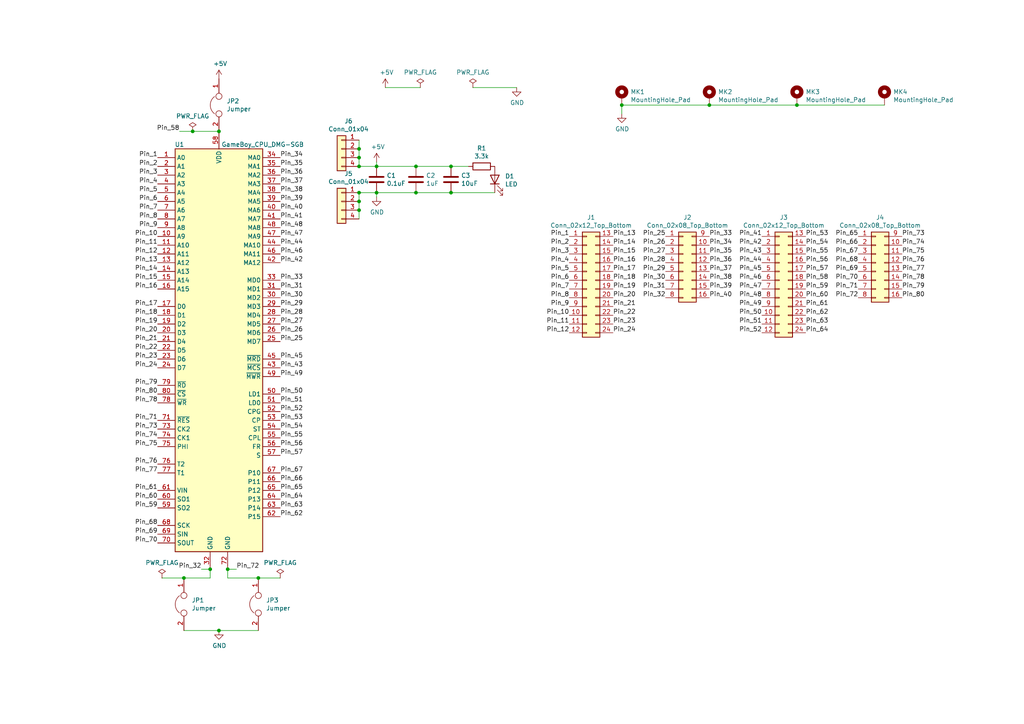
<source format=kicad_sch>
(kicad_sch (version 20211123) (generator eeschema)
  (paper "A4")
  (title_block (title "GB-BRK-CPU-G1") (rev "v1.1") (company "https://gekkio.fi"))
  (lib_symbols
    (symbol "Connector_Generic:Conn_01x04" (pin_names (offset 1.016) hide)
      (property "Reference" "J" (at 0 5.08 0))
      (property "Value" "Conn_01x04" (at 0 -7.62 0))
      (symbol "Conn_01x04_1_1"
        (rectangle (start -1.27 -4.953) (end 0 -5.207) (stroke (width 0.1524)))
        (rectangle (start -1.27 -2.413) (end 0 -2.667) (stroke (width 0.1524)))
        (rectangle (start -1.27 0.127) (end 0 -0.127) (stroke (width 0.1524)))
        (rectangle (start -1.27 2.667) (end 0 2.413) (stroke (width 0.1524)))
        (rectangle (start -1.27 3.81) (end 1.27 -6.35) (stroke (width 0.254)) (fill (type background)))
        (pin passive line (at -5.08 2.54 0) (length 3.81) (name "Pin_1") (number "1"))
        (pin passive line (at -5.08 0 0) (length 3.81) (name "Pin_2") (number "2"))
        (pin passive line (at -5.08 -2.54 0) (length 3.81) (name "Pin_3") (number "3"))
        (pin passive line (at -5.08 -5.08 0) (length 3.81) (name "Pin_4") (number "4"))
      )
    )
    (symbol "Connector_Generic:Conn_02x08_Top_Bottom" (pin_names (offset 1.016) hide)
      (property "Reference" "J" (at 1.27 10.16 0))
      (property "Value" "Conn_02x08_Top_Bottom" (at 1.27 -12.7 0))
      (symbol "Conn_02x08_Top_Bottom_1_1"
        (rectangle (start -1.27 -10.033) (end 0 -10.287) (stroke (width 0.1524)))
        (rectangle (start -1.27 -7.493) (end 0 -7.747) (stroke (width 0.1524)))
        (rectangle (start -1.27 -4.953) (end 0 -5.207) (stroke (width 0.1524)))
        (rectangle (start -1.27 -2.413) (end 0 -2.667) (stroke (width 0.1524)))
        (rectangle (start -1.27 0.127) (end 0 -0.127) (stroke (width 0.1524)))
        (rectangle (start -1.27 2.667) (end 0 2.413) (stroke (width 0.1524)))
        (rectangle (start -1.27 5.207) (end 0 4.953) (stroke (width 0.1524)))
        (rectangle (start -1.27 7.747) (end 0 7.493) (stroke (width 0.1524)))
        (rectangle (start -1.27 8.89) (end 3.81 -11.43) (stroke (width 0.254)) (fill (type background)))
        (rectangle (start 3.81 -10.033) (end 2.54 -10.287) (stroke (width 0.1524)))
        (rectangle (start 3.81 -7.493) (end 2.54 -7.747) (stroke (width 0.1524)))
        (rectangle (start 3.81 -4.953) (end 2.54 -5.207) (stroke (width 0.1524)))
        (rectangle (start 3.81 -2.413) (end 2.54 -2.667) (stroke (width 0.1524)))
        (rectangle (start 3.81 0.127) (end 2.54 -0.127) (stroke (width 0.1524)))
        (rectangle (start 3.81 2.667) (end 2.54 2.413) (stroke (width 0.1524)))
        (rectangle (start 3.81 5.207) (end 2.54 4.953) (stroke (width 0.1524)))
        (rectangle (start 3.81 7.747) (end 2.54 7.493) (stroke (width 0.1524)))
        (pin passive line (at -5.08 7.62 0) (length 3.81) (name "Pin_1") (number "1"))
        (pin passive line (at 7.62 5.08 180) (length 3.81) (name "Pin_10") (number "10"))
        (pin passive line (at 7.62 2.54 180) (length 3.81) (name "Pin_11") (number "11"))
        (pin passive line (at 7.62 0 180) (length 3.81) (name "Pin_12") (number "12"))
        (pin passive line (at 7.62 -2.54 180) (length 3.81) (name "Pin_13") (number "13"))
        (pin passive line (at 7.62 -5.08 180) (length 3.81) (name "Pin_14") (number "14"))
        (pin passive line (at 7.62 -7.62 180) (length 3.81) (name "Pin_15") (number "15"))
        (pin passive line (at 7.62 -10.16 180) (length 3.81) (name "Pin_16") (number "16"))
        (pin passive line (at -5.08 5.08 0) (length 3.81) (name "Pin_2") (number "2"))
        (pin passive line (at -5.08 2.54 0) (length 3.81) (name "Pin_3") (number "3"))
        (pin passive line (at -5.08 0 0) (length 3.81) (name "Pin_4") (number "4"))
        (pin passive line (at -5.08 -2.54 0) (length 3.81) (name "Pin_5") (number "5"))
        (pin passive line (at -5.08 -5.08 0) (length 3.81) (name "Pin_6") (number "6"))
        (pin passive line (at -5.08 -7.62 0) (length 3.81) (name "Pin_7") (number "7"))
        (pin passive line (at -5.08 -10.16 0) (length 3.81) (name "Pin_8") (number "8"))
        (pin passive line (at 7.62 7.62 180) (length 3.81) (name "Pin_9") (number "9"))
      )
    )
    (symbol "Connector_Generic:Conn_02x12_Top_Bottom" (pin_names (offset 1.016) hide)
      (property "Reference" "J" (at 1.27 15.24 0))
      (property "Value" "Conn_02x12_Top_Bottom" (at 1.27 -17.78 0))
      (symbol "Conn_02x12_Top_Bottom_1_1"
        (rectangle (start -1.27 -15.113) (end 0 -15.367) (stroke (width 0.1524)))
        (rectangle (start -1.27 -12.573) (end 0 -12.827) (stroke (width 0.1524)))
        (rectangle (start -1.27 -10.033) (end 0 -10.287) (stroke (width 0.1524)))
        (rectangle (start -1.27 -7.493) (end 0 -7.747) (stroke (width 0.1524)))
        (rectangle (start -1.27 -4.953) (end 0 -5.207) (stroke (width 0.1524)))
        (rectangle (start -1.27 -2.413) (end 0 -2.667) (stroke (width 0.1524)))
        (rectangle (start -1.27 0.127) (end 0 -0.127) (stroke (width 0.1524)))
        (rectangle (start -1.27 2.667) (end 0 2.413) (stroke (width 0.1524)))
        (rectangle (start -1.27 5.207) (end 0 4.953) (stroke (width 0.1524)))
        (rectangle (start -1.27 7.747) (end 0 7.493) (stroke (width 0.1524)))
        (rectangle (start -1.27 10.287) (end 0 10.033) (stroke (width 0.1524)))
        (rectangle (start -1.27 12.827) (end 0 12.573) (stroke (width 0.1524)))
        (rectangle (start -1.27 13.97) (end 3.81 -16.51) (stroke (width 0.254)) (fill (type background)))
        (rectangle (start 3.81 -15.113) (end 2.54 -15.367) (stroke (width 0.1524)))
        (rectangle (start 3.81 -12.573) (end 2.54 -12.827) (stroke (width 0.1524)))
        (rectangle (start 3.81 -10.033) (end 2.54 -10.287) (stroke (width 0.1524)))
        (rectangle (start 3.81 -7.493) (end 2.54 -7.747) (stroke (width 0.1524)))
        (rectangle (start 3.81 -4.953) (end 2.54 -5.207) (stroke (width 0.1524)))
        (rectangle (start 3.81 -2.413) (end 2.54 -2.667) (stroke (width 0.1524)))
        (rectangle (start 3.81 0.127) (end 2.54 -0.127) (stroke (width 0.1524)))
        (rectangle (start 3.81 2.667) (end 2.54 2.413) (stroke (width 0.1524)))
        (rectangle (start 3.81 5.207) (end 2.54 4.953) (stroke (width 0.1524)))
        (rectangle (start 3.81 7.747) (end 2.54 7.493) (stroke (width 0.1524)))
        (rectangle (start 3.81 10.287) (end 2.54 10.033) (stroke (width 0.1524)))
        (rectangle (start 3.81 12.827) (end 2.54 12.573) (stroke (width 0.1524)))
        (pin passive line (at -5.08 12.7 0) (length 3.81) (name "Pin_1") (number "1"))
        (pin passive line (at -5.08 -10.16 0) (length 3.81) (name "Pin_10") (number "10"))
        (pin passive line (at -5.08 -12.7 0) (length 3.81) (name "Pin_11") (number "11"))
        (pin passive line (at -5.08 -15.24 0) (length 3.81) (name "Pin_12") (number "12"))
        (pin passive line (at 7.62 12.7 180) (length 3.81) (name "Pin_13") (number "13"))
        (pin passive line (at 7.62 10.16 180) (length 3.81) (name "Pin_14") (number "14"))
        (pin passive line (at 7.62 7.62 180) (length 3.81) (name "Pin_15") (number "15"))
        (pin passive line (at 7.62 5.08 180) (length 3.81) (name "Pin_16") (number "16"))
        (pin passive line (at 7.62 2.54 180) (length 3.81) (name "Pin_17") (number "17"))
        (pin passive line (at 7.62 0 180) (length 3.81) (name "Pin_18") (number "18"))
        (pin passive line (at 7.62 -2.54 180) (length 3.81) (name "Pin_19") (number "19"))
        (pin passive line (at -5.08 10.16 0) (length 3.81) (name "Pin_2") (number "2"))
        (pin passive line (at 7.62 -5.08 180) (length 3.81) (name "Pin_20") (number "20"))
        (pin passive line (at 7.62 -7.62 180) (length 3.81) (name "Pin_21") (number "21"))
        (pin passive line (at 7.62 -10.16 180) (length 3.81) (name "Pin_22") (number "22"))
        (pin passive line (at 7.62 -12.7 180) (length 3.81) (name "Pin_23") (number "23"))
        (pin passive line (at 7.62 -15.24 180) (length 3.81) (name "Pin_24") (number "24"))
        (pin passive line (at -5.08 7.62 0) (length 3.81) (name "Pin_3") (number "3"))
        (pin passive line (at -5.08 5.08 0) (length 3.81) (name "Pin_4") (number "4"))
        (pin passive line (at -5.08 2.54 0) (length 3.81) (name "Pin_5") (number "5"))
        (pin passive line (at -5.08 0 0) (length 3.81) (name "Pin_6") (number "6"))
        (pin passive line (at -5.08 -2.54 0) (length 3.81) (name "Pin_7") (number "7"))
        (pin passive line (at -5.08 -5.08 0) (length 3.81) (name "Pin_8") (number "8"))
        (pin passive line (at -5.08 -7.62 0) (length 3.81) (name "Pin_9") (number "9"))
      )
    )
    (symbol "Device:C" (pin_numbers hide) (pin_names (offset 0.254))
      (property "Reference" "C" (at 0.635 2.54 0))
      (property "Value" "C" (at 0.635 -2.54 0))
      (symbol "C_0_1"
        (polyline (pts (xy -2.032 -0.762) (xy 2.032 -0.762)) (stroke (width 0.508)))
        (polyline (pts (xy -2.032 0.762) (xy 2.032 0.762)) (stroke (width 0.508)))
      )
      (symbol "C_1_1"
        (pin passive line (at 0 3.81 270) (length 2.794) (name "~") (number "1"))
        (pin passive line (at 0 -3.81 90) (length 2.794) (name "~") (number "2"))
      )
    )
    (symbol "Device:Jumper" (pin_names (offset 0.762) hide)
      (property "Reference" "JP" (at 0 3.81 0))
      (property "Value" "Jumper" (at 0 -2.032 0))
      (symbol "Jumper_0_1"
        (circle (center -2.54 0) (radius 0.889))
        (arc (start 2.5146 1.27) (mid 0.0078 2.5097) (end -2.4892 1.27))
        (circle (center 2.54 0) (radius 0.889))
        (pin passive line (at -7.62 0 0) (length 4.191) (name "1") (number "1"))
        (pin passive line (at 7.62 0 180) (length 4.191) (name "2") (number "2"))
      )
    )
    (symbol "Device:LED" (pin_numbers hide) (pin_names (offset 1.016) hide)
      (property "Reference" "D" (at 0 2.54 0))
      (property "Value" "LED" (at 0 -2.54 0))
      (symbol "LED_0_1"
        (polyline (pts (xy -1.27 -1.27) (xy -1.27 1.27)) (stroke (width 0.254)))
        (polyline (pts (xy -1.27 0) (xy 1.27 0)))
        (polyline (pts (xy 1.27 -1.27) (xy 1.27 1.27) (xy -1.27 0) (xy 1.27 -1.27)) (stroke (width 0.254)))
        (polyline (pts (xy -3.048 -0.762) (xy -4.572 -2.286) (xy -3.81 -2.286) (xy -4.572 -2.286) (xy -4.572 -1.524)))
        (polyline (pts (xy -1.778 -0.762) (xy -3.302 -2.286) (xy -2.54 -2.286) (xy -3.302 -2.286) (xy -3.302 -1.524)))
      )
      (symbol "LED_1_1"
        (pin passive line (at -3.81 0 0) (length 2.54) (name "K") (number "1"))
        (pin passive line (at 3.81 0 180) (length 2.54) (name "A") (number "2"))
      )
    )
    (symbol "Device:R" (pin_numbers hide) (pin_names (offset 0))
      (property "Reference" "R" (at 2.032 0 90))
      (property "Value" "R" (at 0 0 90))
      (symbol "R_0_1"
        (rectangle (start -1.016 -2.54) (end 1.016 2.54) (stroke (width 0.254)))
      )
      (symbol "R_1_1"
        (pin passive line (at 0 3.81 270) (length 1.27) (name "~") (number "1"))
        (pin passive line (at 0 -3.81 90) (length 1.27) (name "~") (number "2"))
      )
    )
    (symbol "Gekkio_CPU_Nintendo:GameBoy_CPU_DMG"
      (property "Reference" "U" (at -3.81 60.96 0))
      (property "Value" "GameBoy_CPU_DMG" (at 3.81 60.96 0))
      (symbol "GameBoy_CPU_DMG_0_1"
        (rectangle (start 12.7 -58.42) (end -12.7 58.42) (stroke (width 0.254)) (fill (type background)))
      )
      (symbol "GameBoy_CPU_DMG_1_1"
        (pin bidirectional line (at -17.78 55.88 0) (length 5.08) (name "A0") (number "1"))
        (pin bidirectional line (at -17.78 33.02 0) (length 5.08) (name "A9") (number "10"))
        (pin bidirectional line (at -17.78 30.48 0) (length 5.08) (name "A10") (number "11"))
        (pin bidirectional line (at -17.78 27.94 0) (length 5.08) (name "A11") (number "12"))
        (pin bidirectional line (at -17.78 25.4 0) (length 5.08) (name "A12") (number "13"))
        (pin bidirectional line (at -17.78 22.86 0) (length 5.08) (name "A13") (number "14"))
        (pin bidirectional line (at -17.78 20.32 0) (length 5.08) (name "A14") (number "15"))
        (pin bidirectional line (at -17.78 17.78 0) (length 5.08) (name "A15") (number "16"))
        (pin bidirectional line (at -17.78 12.7 0) (length 5.08) (name "D0") (number "17"))
        (pin bidirectional line (at -17.78 10.16 0) (length 5.08) (name "D1") (number "18"))
        (pin bidirectional line (at -17.78 7.62 0) (length 5.08) (name "D2") (number "19"))
        (pin bidirectional line (at -17.78 53.34 0) (length 5.08) (name "A1") (number "2"))
        (pin bidirectional line (at -17.78 5.08 0) (length 5.08) (name "D3") (number "20"))
        (pin bidirectional line (at -17.78 2.54 0) (length 5.08) (name "D4") (number "21"))
        (pin bidirectional line (at -17.78 0 0) (length 5.08) (name "D5") (number "22"))
        (pin bidirectional line (at -17.78 -2.54 0) (length 5.08) (name "D6") (number "23"))
        (pin bidirectional line (at -17.78 -5.08 0) (length 5.08) (name "D7") (number "24"))
        (pin bidirectional line (at 17.78 2.54 180) (length 5.08) (name "MD7") (number "25"))
        (pin bidirectional line (at 17.78 5.08 180) (length 5.08) (name "MD6") (number "26"))
        (pin bidirectional line (at 17.78 7.62 180) (length 5.08) (name "MD5") (number "27"))
        (pin bidirectional line (at 17.78 10.16 180) (length 5.08) (name "MD4") (number "28"))
        (pin bidirectional line (at 17.78 12.7 180) (length 5.08) (name "MD3") (number "29"))
        (pin bidirectional line (at -17.78 50.8 0) (length 5.08) (name "A2") (number "3"))
        (pin bidirectional line (at 17.78 15.24 180) (length 5.08) (name "MD2") (number "30"))
        (pin bidirectional line (at 17.78 17.78 180) (length 5.08) (name "MD1") (number "31"))
        (pin power_in line (at -2.54 -63.5 90) (length 5.08) (name "GND") (number "32"))
        (pin bidirectional line (at 17.78 20.32 180) (length 5.08) (name "MD0") (number "33"))
        (pin output line (at 17.78 55.88 180) (length 5.08) (name "MA0") (number "34"))
        (pin output line (at 17.78 53.34 180) (length 5.08) (name "MA1") (number "35"))
        (pin output line (at 17.78 50.8 180) (length 5.08) (name "MA2") (number "36"))
        (pin output line (at 17.78 48.26 180) (length 5.08) (name "MA3") (number "37"))
        (pin output line (at 17.78 45.72 180) (length 5.08) (name "MA4") (number "38"))
        (pin output line (at 17.78 43.18 180) (length 5.08) (name "MA5") (number "39"))
        (pin bidirectional line (at -17.78 48.26 0) (length 5.08) (name "A3") (number "4"))
        (pin output line (at 17.78 40.64 180) (length 5.08) (name "MA6") (number "40"))
        (pin output line (at 17.78 38.1 180) (length 5.08) (name "MA7") (number "41"))
        (pin output line (at 17.78 25.4 180) (length 5.08) (name "MA12") (number "42"))
        (pin bidirectional line (at 17.78 -5.08 180) (length 5.08) (name "~{MCS}") (number "43"))
        (pin output line (at 17.78 30.48 180) (length 5.08) (name "MA10") (number "44"))
        (pin bidirectional line (at 17.78 -2.54 180) (length 5.08) (name "~{MRD}") (number "45"))
        (pin output line (at 17.78 27.94 180) (length 5.08) (name "MA11") (number "46"))
        (pin output line (at 17.78 33.02 180) (length 5.08) (name "MA9") (number "47"))
        (pin output line (at 17.78 35.56 180) (length 5.08) (name "MA8") (number "48"))
        (pin bidirectional line (at 17.78 -7.62 180) (length 5.08) (name "~{MWR}") (number "49"))
        (pin bidirectional line (at -17.78 45.72 0) (length 5.08) (name "A4") (number "5"))
        (pin output line (at 17.78 -12.7 180) (length 5.08) (name "LD1") (number "50"))
        (pin output line (at 17.78 -15.24 180) (length 5.08) (name "LD0") (number "51"))
        (pin output line (at 17.78 -17.78 180) (length 5.08) (name "CPG") (number "52"))
        (pin output line (at 17.78 -20.32 180) (length 5.08) (name "CP") (number "53"))
        (pin output line (at 17.78 -22.86 180) (length 5.08) (name "ST") (number "54"))
        (pin output line (at 17.78 -25.4 180) (length 5.08) (name "CPL") (number "55"))
        (pin output line (at 17.78 -27.94 180) (length 5.08) (name "FR") (number "56"))
        (pin output line (at 17.78 -30.48 180) (length 5.08) (name "S") (number "57"))
        (pin power_in line (at 0 63.5 270) (length 5.08) (name "VDD") (number "58"))
        (pin passive line (at -17.78 -45.72 0) (length 5.08) (name "SO2") (number "59"))
        (pin bidirectional line (at -17.78 43.18 0) (length 5.08) (name "A5") (number "6"))
        (pin passive line (at -17.78 -43.18 0) (length 5.08) (name "SO1") (number "60"))
        (pin passive line (at -17.78 -40.64 0) (length 5.08) (name "VIN") (number "61"))
        (pin output line (at 17.78 -48.26 180) (length 5.08) (name "P15") (number "62"))
        (pin output line (at 17.78 -45.72 180) (length 5.08) (name "P14") (number "63"))
        (pin input line (at 17.78 -43.18 180) (length 5.08) (name "P13") (number "64"))
        (pin input line (at 17.78 -40.64 180) (length 5.08) (name "P12") (number "65"))
        (pin input line (at 17.78 -38.1 180) (length 5.08) (name "P11") (number "66"))
        (pin input line (at 17.78 -35.56 180) (length 5.08) (name "P10") (number "67"))
        (pin bidirectional line (at -17.78 -50.8 0) (length 5.08) (name "SCK") (number "68"))
        (pin input line (at -17.78 -53.34 0) (length 5.08) (name "SIN") (number "69"))
        (pin bidirectional line (at -17.78 40.64 0) (length 5.08) (name "A6") (number "7"))
        (pin output line (at -17.78 -55.88 0) (length 5.08) (name "SOUT") (number "70"))
        (pin input line (at -17.78 -20.32 0) (length 5.08) (name "~{RES}") (number "71"))
        (pin power_in line (at 2.54 -63.5 90) (length 5.08) (name "GND") (number "72"))
        (pin passive line (at -17.78 -22.86 0) (length 5.08) (name "CK2") (number "73"))
        (pin input line (at -17.78 -25.4 0) (length 5.08) (name "CK1") (number "74"))
        (pin output line (at -17.78 -27.94 0) (length 5.08) (name "PHI") (number "75"))
        (pin input line (at -17.78 -33.02 0) (length 5.08) (name "T2") (number "76"))
        (pin input line (at -17.78 -35.56 0) (length 5.08) (name "T1") (number "77"))
        (pin bidirectional line (at -17.78 -15.24 0) (length 5.08) (name "~{WR}") (number "78"))
        (pin bidirectional line (at -17.78 -10.16 0) (length 5.08) (name "~{RD}") (number "79"))
        (pin bidirectional line (at -17.78 38.1 0) (length 5.08) (name "A7") (number "8"))
        (pin output line (at -17.78 -12.7 0) (length 5.08) (name "~{CS}") (number "80"))
        (pin bidirectional line (at -17.78 35.56 0) (length 5.08) (name "A8") (number "9"))
      )
    )
    (symbol "Mechanical:MountingHole_Pad" (pin_numbers hide) (pin_names (offset 1.016) hide)
      (property "Reference" "H" (at 0 6.35 0))
      (property "Value" "MountingHole_Pad" (at 0 4.445 0))
      (symbol "MountingHole_Pad_0_1"
        (circle (center 0 1.27) (radius 1.27) (stroke (width 1.27)))
      )
      (symbol "MountingHole_Pad_1_1"
        (pin input line (at 0 -2.54 90) (length 2.54) (name "1") (number "1"))
      )
    )
    (symbol "power:+5V" (power) (pin_names (offset 0))
      (property "Value" "+5V" (at 0 3.556 0))
      (symbol "+5V_0_1"
        (polyline (pts (xy -0.762 1.27) (xy 0 2.54)))
        (polyline (pts (xy 0 0) (xy 0 2.54)))
        (polyline (pts (xy 0 2.54) (xy 0.762 1.27)))
      )
      (symbol "+5V_1_1"
        (pin power_in line (at 0 0 90) (length 0) hide (name "+5V") (number "1"))
      )
    )
    (symbol "power:GND" (power) (pin_names (offset 0))
      (property "Value" "GND" (at 0 -3.81 0))
      (symbol "GND_0_1"
        (polyline (pts (xy 0 0) (xy 0 -1.27) (xy 1.27 -1.27) (xy 0 -2.54) (xy -1.27 -1.27) (xy 0 -1.27)))
      )
      (symbol "GND_1_1"
        (pin power_in line (at 0 0 270) (length 0) hide (name "GND") (number "1"))
      )
    )
    (symbol "power:PWR_FLAG" (power) (pin_numbers hide) (pin_names (offset 0) hide)
      (property "Value" "PWR_FLAG" (at 0 3.81 0))
      (symbol "PWR_FLAG_0_0"
        (pin power_out line (at 0 0 90) (length 0) (name "pwr") (number "1"))
      )
      (symbol "PWR_FLAG_0_1"
        (polyline (pts (xy 0 0) (xy 0 1.27) (xy -1.016 1.905) (xy 0 2.54) (xy 1.016 1.905) (xy 0 1.27)))
      )
    )
  )
  (junction (at 63.5 182.88))
  (junction (at 53.34 167.64))
  (junction (at 74.93 167.64))
  (junction (at 104.14 43.18))
  (junction (at 180.34 30.48))
  (junction (at 104.14 58.42))
  (junction (at 63.5 38.1))
  (junction (at 66.04 165.1))
  (junction (at 60.96 165.1))
  (junction (at 120.65 48.26))
  (junction (at 109.22 55.88))
  (junction (at 104.14 45.72))
  (junction (at 55.88 38.1))
  (junction (at 109.22 48.26))
  (junction (at 231.14 30.48))
  (junction (at 120.65 55.88))
  (junction (at 104.14 55.88))
  (junction (at 130.81 48.26))
  (junction (at 130.81 55.88))
  (junction (at 205.74 30.48))
  (junction (at 104.14 48.26))
  (junction (at 104.14 60.96))
  (wire (pts (xy 104.14 55.88) (xy 104.14 58.42)))
  (wire (pts (xy 130.81 55.88) (xy 143.51 55.88)))
  (wire (pts (xy 63.5 182.88) (xy 74.93 182.88)))
  (wire (pts (xy 52.07 38.1) (xy 55.88 38.1)))
  (wire (pts (xy 104.14 45.72) (xy 104.14 48.26)))
  (wire (pts (xy 55.88 38.1) (xy 63.5 38.1)))
  (wire (pts (xy 205.74 30.48) (xy 231.14 30.48)))
  (wire (pts (xy 104.14 48.26) (xy 109.22 48.26)))
  (wire (pts (xy 104.14 58.42) (xy 104.14 60.96)))
  (wire (pts (xy 74.93 167.64) (xy 66.04 167.64)))
  (wire (pts (xy 66.04 165.1) (xy 66.04 167.64)))
  (wire (pts (xy 53.34 182.88) (xy 63.5 182.88)))
  (wire (pts (xy 60.96 167.64) (xy 53.34 167.64)))
  (wire (pts (xy 120.65 48.26) (xy 130.81 48.26)))
  (wire (pts (xy 104.14 43.18) (xy 104.14 45.72)))
  (wire (pts (xy 137.16 25.4) (xy 149.86 25.4)))
  (wire (pts (xy 109.22 55.88) (xy 120.65 55.88)))
  (wire (pts (xy 46.99 167.64) (xy 53.34 167.64)))
  (wire (pts (xy 180.34 30.48) (xy 205.74 30.48)))
  (wire (pts (xy 74.93 167.64) (xy 81.28 167.64)))
  (wire (pts (xy 130.81 48.26) (xy 135.89 48.26)))
  (wire (pts (xy 120.65 55.88) (xy 130.81 55.88)))
  (wire (pts (xy 60.96 165.1) (xy 60.96 167.64)))
  (wire (pts (xy 104.14 40.64) (xy 104.14 43.18)))
  (wire (pts (xy 109.22 55.88) (xy 104.14 55.88)))
  (wire (pts (xy 109.22 46.99) (xy 109.22 48.26)))
  (wire (pts (xy 104.14 60.96) (xy 104.14 63.5)))
  (wire (pts (xy 180.34 30.48) (xy 180.34 33.02)))
  (wire (pts (xy 68.58 165.1) (xy 66.04 165.1)))
  (wire (pts (xy 231.14 30.48) (xy 256.54 30.48)))
  (wire (pts (xy 109.22 48.26) (xy 120.65 48.26)))
  (wire (pts (xy 111.76 25.4) (xy 121.92 25.4)))
  (wire (pts (xy 60.96 165.1) (xy 58.42 165.1)))
  (wire (pts (xy 109.22 55.88) (xy 109.22 57.15)))
  (label "Pin_32" (at 193.04 86.36 180))
  (label "Pin_68" (at 248.92 76.2 180))
  (label "Pin_19" (at 45.72 93.98 180))
  (label "Pin_70" (at 248.92 81.28 180))
  (label "Pin_3" (at 45.72 50.8 180))
  (label "Pin_42" (at 81.28 76.2 0))
  (label "Pin_12" (at 45.72 73.66 180))
  (label "Pin_29" (at 81.28 88.9 0))
  (label "Pin_11" (at 45.72 71.12 180))
  (label "Pin_1" (at 45.72 45.72 180))
  (label "Pin_77" (at 45.72 137.16 180))
  (label "Pin_25" (at 193.04 68.58 180))
  (label "Pin_80" (at 45.72 114.3 180))
  (label "Pin_47" (at 220.98 83.82 180))
  (label "Pin_22" (at 177.8 91.44 0))
  (label "Pin_63" (at 81.28 147.32 0))
  (label "Pin_30" (at 81.28 86.36 0))
  (label "Pin_43" (at 220.98 73.66 180))
  (label "Pin_72" (at 68.58 165.1 0))
  (label "Pin_7" (at 165.1 83.82 180))
  (label "Pin_16" (at 177.8 76.2 0))
  (label "Pin_4" (at 165.1 76.2 180))
  (label "Pin_75" (at 261.62 73.66 0))
  (label "Pin_65" (at 248.92 68.58 180))
  (label "Pin_36" (at 205.74 76.2 0))
  (label "Pin_54" (at 81.28 124.46 0))
  (label "Pin_71" (at 45.72 121.92 180))
  (label "Pin_24" (at 45.72 106.68 180))
  (label "Pin_20" (at 177.8 86.36 0))
  (label "Pin_57" (at 233.68 78.74 0))
  (label "Pin_74" (at 261.62 71.12 0))
  (label "Pin_12" (at 165.1 96.52 180))
  (label "Pin_60" (at 45.72 144.78 180))
  (label "Pin_10" (at 165.1 91.44 180))
  (label "Pin_34" (at 81.28 45.72 0))
  (label "Pin_56" (at 233.68 76.2 0))
  (label "Pin_14" (at 45.72 78.74 180))
  (label "Pin_45" (at 220.98 78.74 180))
  (label "Pin_17" (at 177.8 78.74 0))
  (label "Pin_49" (at 220.98 88.9 180))
  (label "Pin_40" (at 81.28 60.96 0))
  (label "Pin_64" (at 233.68 96.52 0))
  (label "Pin_32" (at 58.42 165.1 180))
  (label "Pin_26" (at 81.28 96.52 0))
  (label "Pin_10" (at 45.72 68.58 180))
  (label "Pin_30" (at 193.04 81.28 180))
  (label "Pin_3" (at 165.1 73.66 180))
  (label "Pin_75" (at 45.72 129.54 180))
  (label "Pin_25" (at 81.28 99.06 0))
  (label "Pin_37" (at 81.28 53.34 0))
  (label "Pin_34" (at 205.74 71.12 0))
  (label "Pin_64" (at 81.28 144.78 0))
  (label "Pin_62" (at 81.28 149.86 0))
  (label "Pin_48" (at 220.98 86.36 180))
  (label "Pin_79" (at 261.62 83.82 0))
  (label "Pin_74" (at 45.72 127 180))
  (label "Pin_47" (at 81.28 68.58 0))
  (label "Pin_62" (at 233.68 91.44 0))
  (label "Pin_37" (at 205.74 78.74 0))
  (label "Pin_63" (at 233.68 93.98 0))
  (label "Pin_61" (at 45.72 142.24 180))
  (label "Pin_27" (at 81.28 93.98 0))
  (label "Pin_42" (at 220.98 71.12 180))
  (label "Pin_33" (at 81.28 81.28 0))
  (label "Pin_49" (at 81.28 109.22 0))
  (label "Pin_17" (at 45.72 88.9 180))
  (label "Pin_35" (at 205.74 73.66 0))
  (label "Pin_72" (at 248.92 86.36 180))
  (label "Pin_45" (at 81.28 104.14 0))
  (label "Pin_78" (at 45.72 116.84 180))
  (label "Pin_55" (at 81.28 127 0))
  (label "Pin_19" (at 177.8 83.82 0))
  (label "Pin_36" (at 81.28 50.8 0))
  (label "Pin_44" (at 220.98 76.2 180))
  (label "Pin_52" (at 81.28 119.38 0))
  (label "Pin_26" (at 193.04 71.12 180))
  (label "Pin_55" (at 233.68 73.66 0))
  (label "Pin_21" (at 177.8 88.9 0))
  (label "Pin_13" (at 45.72 76.2 180))
  (label "Pin_67" (at 248.92 73.66 180))
  (label "Pin_8" (at 45.72 63.5 180))
  (label "Pin_46" (at 81.28 73.66 0))
  (label "Pin_58" (at 52.07 38.1 180))
  (label "Pin_39" (at 205.74 83.82 0))
  (label "Pin_53" (at 233.68 68.58 0))
  (label "Pin_28" (at 193.04 76.2 180))
  (label "Pin_41" (at 81.28 63.5 0))
  (label "Pin_8" (at 165.1 86.36 180))
  (label "Pin_23" (at 177.8 93.98 0))
  (label "Pin_78" (at 261.62 81.28 0))
  (label "Pin_73" (at 261.62 68.58 0))
  (label "Pin_2" (at 165.1 71.12 180))
  (label "Pin_50" (at 220.98 91.44 180))
  (label "Pin_43" (at 81.28 106.68 0))
  (label "Pin_6" (at 45.72 58.42 180))
  (label "Pin_60" (at 233.68 86.36 0))
  (label "Pin_31" (at 81.28 83.82 0))
  (label "Pin_58" (at 233.68 81.28 0))
  (label "Pin_6" (at 165.1 81.28 180))
  (label "Pin_24" (at 177.8 96.52 0))
  (label "Pin_15" (at 45.72 81.28 180))
  (label "Pin_54" (at 233.68 71.12 0))
  (label "Pin_77" (at 261.62 78.74 0))
  (label "Pin_53" (at 81.28 121.92 0))
  (label "Pin_79" (at 45.72 111.76 180))
  (label "Pin_69" (at 248.92 78.74 180))
  (label "Pin_56" (at 81.28 129.54 0))
  (label "Pin_46" (at 220.98 81.28 180))
  (label "Pin_38" (at 81.28 55.88 0))
  (label "Pin_11" (at 165.1 93.98 180))
  (label "Pin_7" (at 45.72 60.96 180))
  (label "Pin_13" (at 177.8 68.58 0))
  (label "Pin_18" (at 177.8 81.28 0))
  (label "Pin_9" (at 165.1 88.9 180))
  (label "Pin_67" (at 81.28 137.16 0))
  (label "Pin_4" (at 45.72 53.34 180))
  (label "Pin_38" (at 205.74 81.28 0))
  (label "Pin_71" (at 248.92 83.82 180))
  (label "Pin_18" (at 45.72 91.44 180))
  (label "Pin_50" (at 81.28 114.3 0))
  (label "Pin_68" (at 45.72 152.4 180))
  (label "Pin_5" (at 45.72 55.88 180))
  (label "Pin_22" (at 45.72 101.6 180))
  (label "Pin_27" (at 193.04 73.66 180))
  (label "Pin_2" (at 45.72 48.26 180))
  (label "Pin_41" (at 220.98 68.58 180))
  (label "Pin_65" (at 81.28 142.24 0))
  (label "Pin_59" (at 45.72 147.32 180))
  (label "Pin_16" (at 45.72 83.82 180))
  (label "Pin_59" (at 233.68 83.82 0))
  (label "Pin_70" (at 45.72 157.48 180))
  (label "Pin_40" (at 205.74 86.36 0))
  (label "Pin_5" (at 165.1 78.74 180))
  (label "Pin_66" (at 81.28 139.7 0))
  (label "Pin_14" (at 177.8 71.12 0))
  (label "Pin_9" (at 45.72 66.04 180))
  (label "Pin_66" (at 248.92 71.12 180))
  (label "Pin_80" (at 261.62 86.36 0))
  (label "Pin_33" (at 205.74 68.58 0))
  (label "Pin_20" (at 45.72 96.52 180))
  (label "Pin_57" (at 81.28 132.08 0))
  (label "Pin_44" (at 81.28 71.12 0))
  (label "Pin_23" (at 45.72 104.14 180))
  (label "Pin_35" (at 81.28 48.26 0))
  (label "Pin_76" (at 261.62 76.2 0))
  (label "Pin_1" (at 165.1 68.58 180))
  (label "Pin_31" (at 193.04 83.82 180))
  (label "Pin_21" (at 45.72 99.06 180))
  (label "Pin_39" (at 81.28 58.42 0))
  (label "Pin_52" (at 220.98 96.52 180))
  (label "Pin_51" (at 220.98 93.98 180))
  (label "Pin_69" (at 45.72 154.94 180))
  (label "Pin_29" (at 193.04 78.74 180))
  (label "Pin_51" (at 81.28 116.84 0))
  (label "Pin_15" (at 177.8 73.66 0))
  (label "Pin_48" (at 81.28 66.04 0))
  (label "Pin_28" (at 81.28 91.44 0))
  (label "Pin_76" (at 45.72 134.62 180))
  (label "Pin_73" (at 45.72 124.46 180))
  (label "Pin_61" (at 233.68 88.9 0))
  (symbol (lib_id "Gekkio_CPU_Nintendo:GameBoy_CPU_DMG") (at 63.5 101.6 0) (unit 1)
    (property "Reference" "U1" (at 52.07 41.91 0))
    (property "Value" "GameBoy_CPU_DMG-SGB" (at 76.2 41.91 0))
    (property "Footprint" "Gekkio_Package_QFP:Sharp_QFP-80_14x20mm_P0.8mm" (effects hide))
  )
  (symbol (lib_id "Connector_Generic:Conn_01x04") (at 99.06 58.42 0) (mirror y) (unit 1)
    (property "Reference" "J5" (at 101.092 50.3682 0))
    (property "Value" "Conn_01x04" (at 101.092 52.6796 0))
    (property "Footprint" "Connector_PinHeader_2.54mm:PinHeader_1x04_P2.54mm_Vertical" (effects hide))
  )
  (symbol (lib_id "Connector_Generic:Conn_02x12_Top_Bottom") (at 170.18 81.28 0) (unit 1)
    (property "Reference" "J1" (at 171.45 63.0682 0))
    (property "Value" "Conn_02x12_Top_Bottom" (at 171.45 65.3796 0))
    (property "Footprint" "Connector_PinHeader_2.54mm:PinHeader_2x12_P2.54mm_Vertical" (effects hide))
  )
  (symbol (lib_id "Connector_Generic:Conn_02x12_Top_Bottom") (at 226.06 81.28 0) (unit 1)
    (property "Reference" "J3" (at 227.33 63.0682 0))
    (property "Value" "Conn_02x12_Top_Bottom" (at 227.33 65.3796 0))
    (property "Footprint" "Connector_PinHeader_2.54mm:PinHeader_2x12_P2.54mm_Vertical" (effects hide))
  )
  (symbol (lib_id "Connector_Generic:Conn_02x08_Top_Bottom") (at 198.12 76.2 0) (unit 1)
    (property "Reference" "J2" (at 199.39 63.0682 0))
    (property "Value" "Conn_02x08_Top_Bottom" (at 199.39 65.3796 0))
    (property "Footprint" "Connector_PinHeader_2.54mm:PinHeader_2x08_P2.54mm_Vertical" (effects hide))
  )
  (symbol (lib_id "Connector_Generic:Conn_02x08_Top_Bottom") (at 254 76.2 0) (unit 1)
    (property "Reference" "J4" (at 255.27 63.0682 0))
    (property "Value" "Conn_02x08_Top_Bottom" (at 255.27 65.3796 0))
    (property "Footprint" "Connector_PinHeader_2.54mm:PinHeader_2x08_P2.54mm_Vertical" (effects hide))
  )
  (symbol (lib_id "Connector_Generic:Conn_01x04") (at 99.06 43.18 0) (mirror y) (unit 1)
    (property "Reference" "J6" (at 101.092 35.1282 0))
    (property "Value" "Conn_01x04" (at 101.092 37.4396 0))
    (property "Footprint" "Connector_PinHeader_2.54mm:PinHeader_1x04_P2.54mm_Vertical" (effects hide))
  )
  (symbol (lib_id "power:PWR_FLAG") (at 55.88 38.1 0) (unit 1)
    (property "Reference" "#FLG0101" (effects hide))
    (property "Value" "PWR_FLAG" (at 55.88 33.6804 0))
  )
  (symbol (lib_id "power:PWR_FLAG") (at 81.28 167.64 0) (unit 1)
    (property "Reference" "#FLG0102" (effects hide))
    (property "Value" "PWR_FLAG" (at 81.28 163.2204 0))
  )
  (symbol (lib_id "power:PWR_FLAG") (at 46.99 167.64 0) (unit 1)
    (property "Reference" "#FLG0103" (effects hide))
    (property "Value" "PWR_FLAG" (at 46.99 163.2204 0))
  )
  (symbol (lib_id "power:PWR_FLAG") (at 121.92 25.4 0) (unit 1)
    (property "Reference" "#FLG0104" (effects hide))
    (property "Value" "PWR_FLAG" (at 121.92 20.9804 0))
  )
  (symbol (lib_id "power:PWR_FLAG") (at 137.16 25.4 0) (unit 1)
    (property "Reference" "#FLG0105" (effects hide))
    (property "Value" "PWR_FLAG" (at 137.16 20.9804 0))
  )
  (symbol (lib_id "power:+5V") (at 111.76 25.4 0) (unit 1)
    (property "Reference" "#PWR0105" (effects hide))
    (property "Value" "+5V" (at 112.141 21.0058 0))
  )
  (symbol (lib_id "power:GND") (at 149.86 25.4 0) (unit 1)
    (property "Reference" "#PWR0106" (effects hide))
    (property "Value" "GND" (at 149.987 29.7942 0))
  )
  (symbol (lib_id "power:GND") (at 63.5 182.88 0) (unit 1)
    (property "Reference" "#PWR0101" (effects hide))
    (property "Value" "GND" (at 63.627 187.2742 0))
  )
  (symbol (lib_id "power:+5V") (at 63.5 22.86 0) (unit 1)
    (property "Reference" "#PWR0102" (effects hide))
    (property "Value" "+5V" (at 63.881 18.4658 0))
  )
  (symbol (lib_id "Device:Jumper") (at 53.34 175.26 90) (mirror x) (unit 1)
    (property "Reference" "JP1" (at 55.5752 174.0916 90) (effects (justify right)))
    (property "Value" "Jumper" (at 55.5752 176.403 90) (effects (justify right)))
    (property "Footprint" "Jumper:SolderJumper-2_P1.3mm_Open_TrianglePad1.0x1.5mm" (effects hide))
  )
  (symbol (lib_id "Device:Jumper") (at 74.93 175.26 90) (mirror x) (unit 1)
    (property "Reference" "JP3" (at 77.1652 174.0916 90) (effects (justify right)))
    (property "Value" "Jumper" (at 77.1652 176.403 90) (effects (justify right)))
    (property "Footprint" "Jumper:SolderJumper-2_P1.3mm_Open_TrianglePad1.0x1.5mm" (effects hide))
  )
  (symbol (lib_id "Device:Jumper") (at 63.5 30.48 90) (mirror x) (unit 1)
    (property "Reference" "JP2" (at 65.7352 29.3116 90) (effects (justify right)))
    (property "Value" "Jumper" (at 65.7352 31.623 90) (effects (justify right)))
    (property "Footprint" "Jumper:SolderJumper-2_P1.3mm_Open_TrianglePad1.0x1.5mm" (effects hide))
  )
  (symbol (lib_id "power:+5V") (at 109.22 46.99 0) (unit 1)
    (property "Reference" "#PWR0103" (effects hide))
    (property "Value" "+5V" (at 109.601 42.5958 0))
  )
  (symbol (lib_id "power:GND") (at 109.22 57.15 0) (unit 1)
    (property "Reference" "#PWR0104" (effects hide))
    (property "Value" "GND" (at 109.347 61.5442 0))
  )
  (symbol (lib_id "Device:C") (at 109.22 52.07 0) (unit 1)
    (property "Reference" "C1" (at 112.141 50.9016 0) (effects (justify left)))
    (property "Value" "0.1uF" (at 112.141 53.213 0) (effects (justify left)))
    (property "Footprint" "Capacitor_SMD:C_0603_1608Metric" (effects hide))
  )
  (symbol (lib_id "Device:C") (at 120.65 52.07 0) (unit 1)
    (property "Reference" "C2" (at 123.571 50.9016 0) (effects (justify left)))
    (property "Value" "1uF" (at 123.571 53.213 0) (effects (justify left)))
    (property "Footprint" "Capacitor_SMD:C_0805_2012Metric" (effects hide))
  )
  (symbol (lib_id "Device:LED") (at 143.51 52.07 90) (unit 1)
    (property "Reference" "D1" (at 146.4818 51.1048 90) (effects (justify right)))
    (property "Value" "LED" (at 146.4818 53.4162 90) (effects (justify right)))
    (property "Footprint" "LED_SMD:LED_0603_1608Metric" (effects hide))
  )
  (symbol (lib_id "Device:R") (at 139.7 48.26 270) (mirror x) (unit 1)
    (property "Reference" "R1" (at 139.7 43.0022 90))
    (property "Value" "3.3k" (at 139.7 45.3136 90))
    (property "Footprint" "Resistor_SMD:R_0603_1608Metric" (effects hide))
  )
  (symbol (lib_id "Device:C") (at 130.81 52.07 0) (unit 1)
    (property "Reference" "C3" (at 133.731 50.9016 0) (effects (justify left)))
    (property "Value" "10uF" (at 133.731 53.213 0) (effects (justify left)))
    (property "Footprint" "Capacitor_SMD:C_1206_3216Metric" (effects hide))
  )
  (symbol (lib_id "Mechanical:MountingHole_Pad") (at 180.34 27.94 0) (unit 1)
    (property "Reference" "MK1" (at 182.88 26.6446 0) (effects (justify left)))
    (property "Value" "MountingHole_Pad" (at 182.88 28.956 0) (effects (justify left)))
    (property "Footprint" "MountingHole:MountingHole_3.2mm_M3_Pad_Via" (effects hide))
  )
  (symbol (lib_id "Mechanical:MountingHole_Pad") (at 205.74 27.94 0) (unit 1)
    (property "Reference" "MK2" (at 208.28 26.6446 0) (effects (justify left)))
    (property "Value" "MountingHole_Pad" (at 208.28 28.956 0) (effects (justify left)))
    (property "Footprint" "MountingHole:MountingHole_3.2mm_M3_Pad_Via" (effects hide))
  )
  (symbol (lib_id "Mechanical:MountingHole_Pad") (at 231.14 27.94 0) (unit 1)
    (property "Reference" "MK3" (at 233.68 26.6446 0) (effects (justify left)))
    (property "Value" "MountingHole_Pad" (at 233.68 28.956 0) (effects (justify left)))
    (property "Footprint" "MountingHole:MountingHole_3.2mm_M3_Pad_Via" (effects hide))
  )
  (symbol (lib_id "Mechanical:MountingHole_Pad") (at 256.54 27.94 0) (unit 1)
    (property "Reference" "MK4" (at 259.08 26.6446 0) (effects (justify left)))
    (property "Value" "MountingHole_Pad" (at 259.08 28.956 0) (effects (justify left)))
    (property "Footprint" "MountingHole:MountingHole_3.2mm_M3_Pad_Via" (effects hide))
  )
  (symbol (lib_id "power:GND") (at 180.34 33.02 0) (unit 1)
    (property "Reference" "#PWR01" (effects hide))
    (property "Value" "GND" (at 180.467 37.4142 0))
  )
)
</source>
